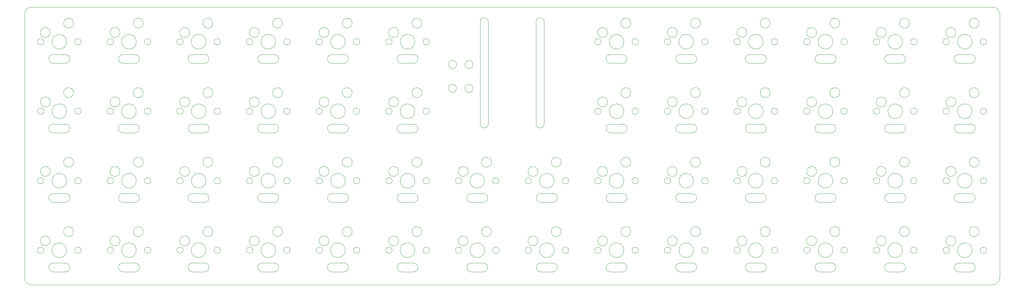
<source format=gm1>
G04 #@! TF.GenerationSoftware,KiCad,Pcbnew,(5.1.4)-1*
G04 #@! TF.CreationDate,2021-09-19T23:12:05-04:00*
G04 #@! TF.ProjectId,horizon-mx-bottom-plate,686f7269-7a6f-46e2-9d6d-782d626f7474,rev?*
G04 #@! TF.SameCoordinates,Original*
G04 #@! TF.FileFunction,Profile,NP*
%FSLAX46Y46*%
G04 Gerber Fmt 4.6, Leading zero omitted, Abs format (unit mm)*
G04 Created by KiCad (PCBNEW (5.1.4)-1) date 2021-09-19 23:12:05*
%MOMM*%
%LPD*%
G04 APERTURE LIST*
%ADD10C,0.050000*%
G04 APERTURE END LIST*
D10*
X78000000Y-171000000D02*
G75*
G02X76000000Y-169000000I0J2000000D01*
G01*
X342000000Y-169000000D02*
G75*
G02X340000000Y-171000000I-2000000J0D01*
G01*
X340000000Y-95000000D02*
G75*
G02X342000000Y-97000000I0J-2000000D01*
G01*
X76000000Y-97000000D02*
G75*
G02X78000000Y-95000000I2000000J0D01*
G01*
X76000000Y-169000000D02*
X76000000Y-97000000D01*
X340000000Y-171000000D02*
X78000000Y-171000000D01*
X342000000Y-97000000D02*
X342000000Y-169000000D01*
X78000000Y-95000000D02*
X340000000Y-95000000D01*
X198350000Y-117250000D02*
G75*
G03X198350000Y-117250000I-1100000J0D01*
G01*
X193850000Y-117250000D02*
G75*
G03X193850000Y-117250000I-1100000J0D01*
G01*
X198350000Y-110750000D02*
G75*
G03X198350000Y-110750000I-1100000J0D01*
G01*
X193850000Y-110750000D02*
G75*
G03X193850000Y-110750000I-1100000J0D01*
G01*
X336390000Y-156420000D02*
G75*
G03X336390000Y-156420000I-1350000J0D01*
G01*
X330040000Y-158960000D02*
G75*
G03X330040000Y-158960000I-1350000J0D01*
G01*
X338455000Y-161500000D02*
G75*
G03X338455000Y-161500000I-875000J0D01*
G01*
X334500000Y-161500000D02*
G75*
G03X334500000Y-161500000I-2000000J0D01*
G01*
X328295000Y-161500000D02*
G75*
G03X328295000Y-161500000I-875000J0D01*
G01*
X317390000Y-156420000D02*
G75*
G03X317390000Y-156420000I-1350000J0D01*
G01*
X311040000Y-158960000D02*
G75*
G03X311040000Y-158960000I-1350000J0D01*
G01*
X319455000Y-161500000D02*
G75*
G03X319455000Y-161500000I-875000J0D01*
G01*
X315500000Y-161500000D02*
G75*
G03X315500000Y-161500000I-2000000J0D01*
G01*
X309295000Y-161500000D02*
G75*
G03X309295000Y-161500000I-875000J0D01*
G01*
X298390000Y-156420000D02*
G75*
G03X298390000Y-156420000I-1350000J0D01*
G01*
X292040000Y-158960000D02*
G75*
G03X292040000Y-158960000I-1350000J0D01*
G01*
X300455000Y-161500000D02*
G75*
G03X300455000Y-161500000I-875000J0D01*
G01*
X296500000Y-161500000D02*
G75*
G03X296500000Y-161500000I-2000000J0D01*
G01*
X290295000Y-161500000D02*
G75*
G03X290295000Y-161500000I-875000J0D01*
G01*
X279390000Y-156420000D02*
G75*
G03X279390000Y-156420000I-1350000J0D01*
G01*
X273040000Y-158960000D02*
G75*
G03X273040000Y-158960000I-1350000J0D01*
G01*
X281455000Y-161500000D02*
G75*
G03X281455000Y-161500000I-875000J0D01*
G01*
X277500000Y-161500000D02*
G75*
G03X277500000Y-161500000I-2000000J0D01*
G01*
X271295000Y-161500000D02*
G75*
G03X271295000Y-161500000I-875000J0D01*
G01*
X260390000Y-156420000D02*
G75*
G03X260390000Y-156420000I-1350000J0D01*
G01*
X254040000Y-158960000D02*
G75*
G03X254040000Y-158960000I-1350000J0D01*
G01*
X262455000Y-161500000D02*
G75*
G03X262455000Y-161500000I-875000J0D01*
G01*
X258500000Y-161500000D02*
G75*
G03X258500000Y-161500000I-2000000J0D01*
G01*
X252295000Y-161500000D02*
G75*
G03X252295000Y-161500000I-875000J0D01*
G01*
X241390000Y-156420000D02*
G75*
G03X241390000Y-156420000I-1350000J0D01*
G01*
X235040000Y-158960000D02*
G75*
G03X235040000Y-158960000I-1350000J0D01*
G01*
X243455000Y-161500000D02*
G75*
G03X243455000Y-161500000I-875000J0D01*
G01*
X239500000Y-161500000D02*
G75*
G03X239500000Y-161500000I-2000000J0D01*
G01*
X233295000Y-161500000D02*
G75*
G03X233295000Y-161500000I-875000J0D01*
G01*
X222390000Y-156420000D02*
G75*
G03X222390000Y-156420000I-1350000J0D01*
G01*
X216040000Y-158960000D02*
G75*
G03X216040000Y-158960000I-1350000J0D01*
G01*
X224455000Y-161500000D02*
G75*
G03X224455000Y-161500000I-875000J0D01*
G01*
X220500000Y-161500000D02*
G75*
G03X220500000Y-161500000I-2000000J0D01*
G01*
X214295000Y-161500000D02*
G75*
G03X214295000Y-161500000I-875000J0D01*
G01*
X203390000Y-156420000D02*
G75*
G03X203390000Y-156420000I-1350000J0D01*
G01*
X197040000Y-158960000D02*
G75*
G03X197040000Y-158960000I-1350000J0D01*
G01*
X205455000Y-161500000D02*
G75*
G03X205455000Y-161500000I-875000J0D01*
G01*
X201500000Y-161500000D02*
G75*
G03X201500000Y-161500000I-2000000J0D01*
G01*
X195295000Y-161500000D02*
G75*
G03X195295000Y-161500000I-875000J0D01*
G01*
X184390000Y-156420000D02*
G75*
G03X184390000Y-156420000I-1350000J0D01*
G01*
X178040000Y-158960000D02*
G75*
G03X178040000Y-158960000I-1350000J0D01*
G01*
X186455000Y-161500000D02*
G75*
G03X186455000Y-161500000I-875000J0D01*
G01*
X182500000Y-161500000D02*
G75*
G03X182500000Y-161500000I-2000000J0D01*
G01*
X176295000Y-161500000D02*
G75*
G03X176295000Y-161500000I-875000J0D01*
G01*
X165390000Y-156420000D02*
G75*
G03X165390000Y-156420000I-1350000J0D01*
G01*
X159040000Y-158960000D02*
G75*
G03X159040000Y-158960000I-1350000J0D01*
G01*
X167455000Y-161500000D02*
G75*
G03X167455000Y-161500000I-875000J0D01*
G01*
X163500000Y-161500000D02*
G75*
G03X163500000Y-161500000I-2000000J0D01*
G01*
X157295000Y-161500000D02*
G75*
G03X157295000Y-161500000I-875000J0D01*
G01*
X146390000Y-156420000D02*
G75*
G03X146390000Y-156420000I-1350000J0D01*
G01*
X140040000Y-158960000D02*
G75*
G03X140040000Y-158960000I-1350000J0D01*
G01*
X148455000Y-161500000D02*
G75*
G03X148455000Y-161500000I-875000J0D01*
G01*
X144500000Y-161500000D02*
G75*
G03X144500000Y-161500000I-2000000J0D01*
G01*
X138295000Y-161500000D02*
G75*
G03X138295000Y-161500000I-875000J0D01*
G01*
X127390000Y-156420000D02*
G75*
G03X127390000Y-156420000I-1350000J0D01*
G01*
X121040000Y-158960000D02*
G75*
G03X121040000Y-158960000I-1350000J0D01*
G01*
X129455000Y-161500000D02*
G75*
G03X129455000Y-161500000I-875000J0D01*
G01*
X125500000Y-161500000D02*
G75*
G03X125500000Y-161500000I-2000000J0D01*
G01*
X119295000Y-161500000D02*
G75*
G03X119295000Y-161500000I-875000J0D01*
G01*
X108390000Y-156420000D02*
G75*
G03X108390000Y-156420000I-1350000J0D01*
G01*
X102040000Y-158960000D02*
G75*
G03X102040000Y-158960000I-1350000J0D01*
G01*
X110455000Y-161500000D02*
G75*
G03X110455000Y-161500000I-875000J0D01*
G01*
X106500000Y-161500000D02*
G75*
G03X106500000Y-161500000I-2000000J0D01*
G01*
X100295000Y-161500000D02*
G75*
G03X100295000Y-161500000I-875000J0D01*
G01*
X89390000Y-156420000D02*
G75*
G03X89390000Y-156420000I-1350000J0D01*
G01*
X83040000Y-158960000D02*
G75*
G03X83040000Y-158960000I-1350000J0D01*
G01*
X91455000Y-161500000D02*
G75*
G03X91455000Y-161500000I-875000J0D01*
G01*
X87500000Y-161500000D02*
G75*
G03X87500000Y-161500000I-2000000J0D01*
G01*
X81295000Y-161500000D02*
G75*
G03X81295000Y-161500000I-875000J0D01*
G01*
X336390000Y-137420000D02*
G75*
G03X336390000Y-137420000I-1350000J0D01*
G01*
X330040000Y-139960000D02*
G75*
G03X330040000Y-139960000I-1350000J0D01*
G01*
X338455000Y-142500000D02*
G75*
G03X338455000Y-142500000I-875000J0D01*
G01*
X334500000Y-142500000D02*
G75*
G03X334500000Y-142500000I-2000000J0D01*
G01*
X328295000Y-142500000D02*
G75*
G03X328295000Y-142500000I-875000J0D01*
G01*
X317390000Y-137420000D02*
G75*
G03X317390000Y-137420000I-1350000J0D01*
G01*
X311040000Y-139960000D02*
G75*
G03X311040000Y-139960000I-1350000J0D01*
G01*
X319455000Y-142500000D02*
G75*
G03X319455000Y-142500000I-875000J0D01*
G01*
X315500000Y-142500000D02*
G75*
G03X315500000Y-142500000I-2000000J0D01*
G01*
X309295000Y-142500000D02*
G75*
G03X309295000Y-142500000I-875000J0D01*
G01*
X298390000Y-137420000D02*
G75*
G03X298390000Y-137420000I-1350000J0D01*
G01*
X292040000Y-139960000D02*
G75*
G03X292040000Y-139960000I-1350000J0D01*
G01*
X300455000Y-142500000D02*
G75*
G03X300455000Y-142500000I-875000J0D01*
G01*
X296500000Y-142500000D02*
G75*
G03X296500000Y-142500000I-2000000J0D01*
G01*
X290295000Y-142500000D02*
G75*
G03X290295000Y-142500000I-875000J0D01*
G01*
X279390000Y-137420000D02*
G75*
G03X279390000Y-137420000I-1350000J0D01*
G01*
X273040000Y-139960000D02*
G75*
G03X273040000Y-139960000I-1350000J0D01*
G01*
X281455000Y-142500000D02*
G75*
G03X281455000Y-142500000I-875000J0D01*
G01*
X277500000Y-142500000D02*
G75*
G03X277500000Y-142500000I-2000000J0D01*
G01*
X271295000Y-142500000D02*
G75*
G03X271295000Y-142500000I-875000J0D01*
G01*
X260390000Y-137420000D02*
G75*
G03X260390000Y-137420000I-1350000J0D01*
G01*
X254040000Y-139960000D02*
G75*
G03X254040000Y-139960000I-1350000J0D01*
G01*
X262455000Y-142500000D02*
G75*
G03X262455000Y-142500000I-875000J0D01*
G01*
X258500000Y-142500000D02*
G75*
G03X258500000Y-142500000I-2000000J0D01*
G01*
X252295000Y-142500000D02*
G75*
G03X252295000Y-142500000I-875000J0D01*
G01*
X241390000Y-137420000D02*
G75*
G03X241390000Y-137420000I-1350000J0D01*
G01*
X235040000Y-139960000D02*
G75*
G03X235040000Y-139960000I-1350000J0D01*
G01*
X243455000Y-142500000D02*
G75*
G03X243455000Y-142500000I-875000J0D01*
G01*
X239500000Y-142500000D02*
G75*
G03X239500000Y-142500000I-2000000J0D01*
G01*
X233295000Y-142500000D02*
G75*
G03X233295000Y-142500000I-875000J0D01*
G01*
X222390000Y-137420000D02*
G75*
G03X222390000Y-137420000I-1350000J0D01*
G01*
X216040000Y-139960000D02*
G75*
G03X216040000Y-139960000I-1350000J0D01*
G01*
X224455000Y-142500000D02*
G75*
G03X224455000Y-142500000I-875000J0D01*
G01*
X220500000Y-142500000D02*
G75*
G03X220500000Y-142500000I-2000000J0D01*
G01*
X214295000Y-142500000D02*
G75*
G03X214295000Y-142500000I-875000J0D01*
G01*
X203390000Y-137420000D02*
G75*
G03X203390000Y-137420000I-1350000J0D01*
G01*
X197040000Y-139960000D02*
G75*
G03X197040000Y-139960000I-1350000J0D01*
G01*
X205455000Y-142500000D02*
G75*
G03X205455000Y-142500000I-875000J0D01*
G01*
X201500000Y-142500000D02*
G75*
G03X201500000Y-142500000I-2000000J0D01*
G01*
X195295000Y-142500000D02*
G75*
G03X195295000Y-142500000I-875000J0D01*
G01*
X184390000Y-137420000D02*
G75*
G03X184390000Y-137420000I-1350000J0D01*
G01*
X178040000Y-139960000D02*
G75*
G03X178040000Y-139960000I-1350000J0D01*
G01*
X186455000Y-142500000D02*
G75*
G03X186455000Y-142500000I-875000J0D01*
G01*
X182500000Y-142500000D02*
G75*
G03X182500000Y-142500000I-2000000J0D01*
G01*
X176295000Y-142500000D02*
G75*
G03X176295000Y-142500000I-875000J0D01*
G01*
X165390000Y-137420000D02*
G75*
G03X165390000Y-137420000I-1350000J0D01*
G01*
X159040000Y-139960000D02*
G75*
G03X159040000Y-139960000I-1350000J0D01*
G01*
X167455000Y-142500000D02*
G75*
G03X167455000Y-142500000I-875000J0D01*
G01*
X163500000Y-142500000D02*
G75*
G03X163500000Y-142500000I-2000000J0D01*
G01*
X157295000Y-142500000D02*
G75*
G03X157295000Y-142500000I-875000J0D01*
G01*
X146390000Y-137420000D02*
G75*
G03X146390000Y-137420000I-1350000J0D01*
G01*
X140040000Y-139960000D02*
G75*
G03X140040000Y-139960000I-1350000J0D01*
G01*
X148455000Y-142500000D02*
G75*
G03X148455000Y-142500000I-875000J0D01*
G01*
X144500000Y-142500000D02*
G75*
G03X144500000Y-142500000I-2000000J0D01*
G01*
X138295000Y-142500000D02*
G75*
G03X138295000Y-142500000I-875000J0D01*
G01*
X127390000Y-137420000D02*
G75*
G03X127390000Y-137420000I-1350000J0D01*
G01*
X121040000Y-139960000D02*
G75*
G03X121040000Y-139960000I-1350000J0D01*
G01*
X129455000Y-142500000D02*
G75*
G03X129455000Y-142500000I-875000J0D01*
G01*
X125500000Y-142500000D02*
G75*
G03X125500000Y-142500000I-2000000J0D01*
G01*
X119295000Y-142500000D02*
G75*
G03X119295000Y-142500000I-875000J0D01*
G01*
X108390000Y-137420000D02*
G75*
G03X108390000Y-137420000I-1350000J0D01*
G01*
X102040000Y-139960000D02*
G75*
G03X102040000Y-139960000I-1350000J0D01*
G01*
X110455000Y-142500000D02*
G75*
G03X110455000Y-142500000I-875000J0D01*
G01*
X106500000Y-142500000D02*
G75*
G03X106500000Y-142500000I-2000000J0D01*
G01*
X100295000Y-142500000D02*
G75*
G03X100295000Y-142500000I-875000J0D01*
G01*
X89390000Y-137420000D02*
G75*
G03X89390000Y-137420000I-1350000J0D01*
G01*
X83040000Y-139960000D02*
G75*
G03X83040000Y-139960000I-1350000J0D01*
G01*
X91455000Y-142500000D02*
G75*
G03X91455000Y-142500000I-875000J0D01*
G01*
X87500000Y-142500000D02*
G75*
G03X87500000Y-142500000I-2000000J0D01*
G01*
X81295000Y-142500000D02*
G75*
G03X81295000Y-142500000I-875000J0D01*
G01*
X336390000Y-118420000D02*
G75*
G03X336390000Y-118420000I-1350000J0D01*
G01*
X330040000Y-120960000D02*
G75*
G03X330040000Y-120960000I-1350000J0D01*
G01*
X338455000Y-123500000D02*
G75*
G03X338455000Y-123500000I-875000J0D01*
G01*
X334500000Y-123500000D02*
G75*
G03X334500000Y-123500000I-2000000J0D01*
G01*
X328295000Y-123500000D02*
G75*
G03X328295000Y-123500000I-875000J0D01*
G01*
X317390000Y-118420000D02*
G75*
G03X317390000Y-118420000I-1350000J0D01*
G01*
X311040000Y-120960000D02*
G75*
G03X311040000Y-120960000I-1350000J0D01*
G01*
X319455000Y-123500000D02*
G75*
G03X319455000Y-123500000I-875000J0D01*
G01*
X315500000Y-123500000D02*
G75*
G03X315500000Y-123500000I-2000000J0D01*
G01*
X309295000Y-123500000D02*
G75*
G03X309295000Y-123500000I-875000J0D01*
G01*
X298390000Y-118420000D02*
G75*
G03X298390000Y-118420000I-1350000J0D01*
G01*
X292040000Y-120960000D02*
G75*
G03X292040000Y-120960000I-1350000J0D01*
G01*
X300455000Y-123500000D02*
G75*
G03X300455000Y-123500000I-875000J0D01*
G01*
X296500000Y-123500000D02*
G75*
G03X296500000Y-123500000I-2000000J0D01*
G01*
X290295000Y-123500000D02*
G75*
G03X290295000Y-123500000I-875000J0D01*
G01*
X279390000Y-118420000D02*
G75*
G03X279390000Y-118420000I-1350000J0D01*
G01*
X273040000Y-120960000D02*
G75*
G03X273040000Y-120960000I-1350000J0D01*
G01*
X281455000Y-123500000D02*
G75*
G03X281455000Y-123500000I-875000J0D01*
G01*
X277500000Y-123500000D02*
G75*
G03X277500000Y-123500000I-2000000J0D01*
G01*
X271295000Y-123500000D02*
G75*
G03X271295000Y-123500000I-875000J0D01*
G01*
X260390000Y-118420000D02*
G75*
G03X260390000Y-118420000I-1350000J0D01*
G01*
X254040000Y-120960000D02*
G75*
G03X254040000Y-120960000I-1350000J0D01*
G01*
X262455000Y-123500000D02*
G75*
G03X262455000Y-123500000I-875000J0D01*
G01*
X258500000Y-123500000D02*
G75*
G03X258500000Y-123500000I-2000000J0D01*
G01*
X252295000Y-123500000D02*
G75*
G03X252295000Y-123500000I-875000J0D01*
G01*
X241390000Y-118420000D02*
G75*
G03X241390000Y-118420000I-1350000J0D01*
G01*
X235040000Y-120960000D02*
G75*
G03X235040000Y-120960000I-1350000J0D01*
G01*
X243455000Y-123500000D02*
G75*
G03X243455000Y-123500000I-875000J0D01*
G01*
X239500000Y-123500000D02*
G75*
G03X239500000Y-123500000I-2000000J0D01*
G01*
X233295000Y-123500000D02*
G75*
G03X233295000Y-123500000I-875000J0D01*
G01*
X184390000Y-118420000D02*
G75*
G03X184390000Y-118420000I-1350000J0D01*
G01*
X178040000Y-120960000D02*
G75*
G03X178040000Y-120960000I-1350000J0D01*
G01*
X186455000Y-123500000D02*
G75*
G03X186455000Y-123500000I-875000J0D01*
G01*
X182500000Y-123500000D02*
G75*
G03X182500000Y-123500000I-2000000J0D01*
G01*
X176295000Y-123500000D02*
G75*
G03X176295000Y-123500000I-875000J0D01*
G01*
X165390000Y-118420000D02*
G75*
G03X165390000Y-118420000I-1350000J0D01*
G01*
X159040000Y-120960000D02*
G75*
G03X159040000Y-120960000I-1350000J0D01*
G01*
X167455000Y-123500000D02*
G75*
G03X167455000Y-123500000I-875000J0D01*
G01*
X163500000Y-123500000D02*
G75*
G03X163500000Y-123500000I-2000000J0D01*
G01*
X157295000Y-123500000D02*
G75*
G03X157295000Y-123500000I-875000J0D01*
G01*
X146390000Y-118420000D02*
G75*
G03X146390000Y-118420000I-1350000J0D01*
G01*
X140040000Y-120960000D02*
G75*
G03X140040000Y-120960000I-1350000J0D01*
G01*
X148455000Y-123500000D02*
G75*
G03X148455000Y-123500000I-875000J0D01*
G01*
X144500000Y-123500000D02*
G75*
G03X144500000Y-123500000I-2000000J0D01*
G01*
X138295000Y-123500000D02*
G75*
G03X138295000Y-123500000I-875000J0D01*
G01*
X127390000Y-118420000D02*
G75*
G03X127390000Y-118420000I-1350000J0D01*
G01*
X121040000Y-120960000D02*
G75*
G03X121040000Y-120960000I-1350000J0D01*
G01*
X129455000Y-123500000D02*
G75*
G03X129455000Y-123500000I-875000J0D01*
G01*
X125500000Y-123500000D02*
G75*
G03X125500000Y-123500000I-2000000J0D01*
G01*
X119295000Y-123500000D02*
G75*
G03X119295000Y-123500000I-875000J0D01*
G01*
X108390000Y-118420000D02*
G75*
G03X108390000Y-118420000I-1350000J0D01*
G01*
X102040000Y-120960000D02*
G75*
G03X102040000Y-120960000I-1350000J0D01*
G01*
X110455000Y-123500000D02*
G75*
G03X110455000Y-123500000I-875000J0D01*
G01*
X106500000Y-123500000D02*
G75*
G03X106500000Y-123500000I-2000000J0D01*
G01*
X100295000Y-123500000D02*
G75*
G03X100295000Y-123500000I-875000J0D01*
G01*
X89390000Y-118420000D02*
G75*
G03X89390000Y-118420000I-1350000J0D01*
G01*
X83040000Y-120960000D02*
G75*
G03X83040000Y-120960000I-1350000J0D01*
G01*
X91455000Y-123500000D02*
G75*
G03X91455000Y-123500000I-875000J0D01*
G01*
X87500000Y-123500000D02*
G75*
G03X87500000Y-123500000I-2000000J0D01*
G01*
X81295000Y-123500000D02*
G75*
G03X81295000Y-123500000I-875000J0D01*
G01*
X336390000Y-99420000D02*
G75*
G03X336390000Y-99420000I-1350000J0D01*
G01*
X330040000Y-101960000D02*
G75*
G03X330040000Y-101960000I-1350000J0D01*
G01*
X338455000Y-104500000D02*
G75*
G03X338455000Y-104500000I-875000J0D01*
G01*
X334500000Y-104500000D02*
G75*
G03X334500000Y-104500000I-2000000J0D01*
G01*
X328295000Y-104500000D02*
G75*
G03X328295000Y-104500000I-875000J0D01*
G01*
X317390000Y-99420000D02*
G75*
G03X317390000Y-99420000I-1350000J0D01*
G01*
X311040000Y-101960000D02*
G75*
G03X311040000Y-101960000I-1350000J0D01*
G01*
X319455000Y-104500000D02*
G75*
G03X319455000Y-104500000I-875000J0D01*
G01*
X315500000Y-104500000D02*
G75*
G03X315500000Y-104500000I-2000000J0D01*
G01*
X309295000Y-104500000D02*
G75*
G03X309295000Y-104500000I-875000J0D01*
G01*
X298390000Y-99420000D02*
G75*
G03X298390000Y-99420000I-1350000J0D01*
G01*
X292040000Y-101960000D02*
G75*
G03X292040000Y-101960000I-1350000J0D01*
G01*
X300455000Y-104500000D02*
G75*
G03X300455000Y-104500000I-875000J0D01*
G01*
X296500000Y-104500000D02*
G75*
G03X296500000Y-104500000I-2000000J0D01*
G01*
X290295000Y-104500000D02*
G75*
G03X290295000Y-104500000I-875000J0D01*
G01*
X279390000Y-99420000D02*
G75*
G03X279390000Y-99420000I-1350000J0D01*
G01*
X273040000Y-101960000D02*
G75*
G03X273040000Y-101960000I-1350000J0D01*
G01*
X281455000Y-104500000D02*
G75*
G03X281455000Y-104500000I-875000J0D01*
G01*
X277500000Y-104500000D02*
G75*
G03X277500000Y-104500000I-2000000J0D01*
G01*
X271295000Y-104500000D02*
G75*
G03X271295000Y-104500000I-875000J0D01*
G01*
X260390000Y-99420000D02*
G75*
G03X260390000Y-99420000I-1350000J0D01*
G01*
X254040000Y-101960000D02*
G75*
G03X254040000Y-101960000I-1350000J0D01*
G01*
X262455000Y-104500000D02*
G75*
G03X262455000Y-104500000I-875000J0D01*
G01*
X258500000Y-104500000D02*
G75*
G03X258500000Y-104500000I-2000000J0D01*
G01*
X252295000Y-104500000D02*
G75*
G03X252295000Y-104500000I-875000J0D01*
G01*
X241390000Y-99420000D02*
G75*
G03X241390000Y-99420000I-1350000J0D01*
G01*
X235040000Y-101960000D02*
G75*
G03X235040000Y-101960000I-1350000J0D01*
G01*
X243455000Y-104500000D02*
G75*
G03X243455000Y-104500000I-875000J0D01*
G01*
X239500000Y-104500000D02*
G75*
G03X239500000Y-104500000I-2000000J0D01*
G01*
X233295000Y-104500000D02*
G75*
G03X233295000Y-104500000I-875000J0D01*
G01*
X184390000Y-99420000D02*
G75*
G03X184390000Y-99420000I-1350000J0D01*
G01*
X178040000Y-101960000D02*
G75*
G03X178040000Y-101960000I-1350000J0D01*
G01*
X186455000Y-104500000D02*
G75*
G03X186455000Y-104500000I-875000J0D01*
G01*
X182500000Y-104500000D02*
G75*
G03X182500000Y-104500000I-2000000J0D01*
G01*
X176295000Y-104500000D02*
G75*
G03X176295000Y-104500000I-875000J0D01*
G01*
X165390000Y-99420000D02*
G75*
G03X165390000Y-99420000I-1350000J0D01*
G01*
X159040000Y-101960000D02*
G75*
G03X159040000Y-101960000I-1350000J0D01*
G01*
X167455000Y-104500000D02*
G75*
G03X167455000Y-104500000I-875000J0D01*
G01*
X163500000Y-104500000D02*
G75*
G03X163500000Y-104500000I-2000000J0D01*
G01*
X157295000Y-104500000D02*
G75*
G03X157295000Y-104500000I-875000J0D01*
G01*
X146390000Y-99420000D02*
G75*
G03X146390000Y-99420000I-1350000J0D01*
G01*
X140040000Y-101960000D02*
G75*
G03X140040000Y-101960000I-1350000J0D01*
G01*
X148455000Y-104500000D02*
G75*
G03X148455000Y-104500000I-875000J0D01*
G01*
X144500000Y-104500000D02*
G75*
G03X144500000Y-104500000I-2000000J0D01*
G01*
X138295000Y-104500000D02*
G75*
G03X138295000Y-104500000I-875000J0D01*
G01*
X127390000Y-99420000D02*
G75*
G03X127390000Y-99420000I-1350000J0D01*
G01*
X121040000Y-101960000D02*
G75*
G03X121040000Y-101960000I-1350000J0D01*
G01*
X129455000Y-104500000D02*
G75*
G03X129455000Y-104500000I-875000J0D01*
G01*
X125500000Y-104500000D02*
G75*
G03X125500000Y-104500000I-2000000J0D01*
G01*
X119295000Y-104500000D02*
G75*
G03X119295000Y-104500000I-875000J0D01*
G01*
X108390000Y-99420000D02*
G75*
G03X108390000Y-99420000I-1350000J0D01*
G01*
X102040000Y-101960000D02*
G75*
G03X102040000Y-101960000I-1350000J0D01*
G01*
X110455000Y-104500000D02*
G75*
G03X110455000Y-104500000I-875000J0D01*
G01*
X106500000Y-104500000D02*
G75*
G03X106500000Y-104500000I-2000000J0D01*
G01*
X100295000Y-104500000D02*
G75*
G03X100295000Y-104500000I-875000J0D01*
G01*
X89390000Y-99420000D02*
G75*
G03X89390000Y-99420000I-1350000J0D01*
G01*
X83040000Y-101960000D02*
G75*
G03X83040000Y-101960000I-1350000J0D01*
G01*
X91455000Y-104500000D02*
G75*
G03X91455000Y-104500000I-875000J0D01*
G01*
X87500000Y-104500000D02*
G75*
G03X87500000Y-104500000I-2000000J0D01*
G01*
X81295000Y-104500000D02*
G75*
G03X81295000Y-104500000I-875000J0D01*
G01*
X334150000Y-167400000D02*
G75*
G03X334150000Y-165000000I0J1200000D01*
G01*
X330850000Y-165000000D02*
G75*
G03X330850000Y-167400000I0J-1200000D01*
G01*
X334150000Y-167400000D02*
X330850000Y-167400000D01*
X330850000Y-165000000D02*
X334150000Y-165000000D01*
X315150000Y-167400000D02*
G75*
G03X315150000Y-165000000I0J1200000D01*
G01*
X311850000Y-165000000D02*
G75*
G03X311850000Y-167400000I0J-1200000D01*
G01*
X315150000Y-167400000D02*
X311850000Y-167400000D01*
X311850000Y-165000000D02*
X315150000Y-165000000D01*
X296150000Y-167400000D02*
G75*
G03X296150000Y-165000000I0J1200000D01*
G01*
X292850000Y-165000000D02*
G75*
G03X292850000Y-167400000I0J-1200000D01*
G01*
X296150000Y-167400000D02*
X292850000Y-167400000D01*
X292850000Y-165000000D02*
X296150000Y-165000000D01*
X277150000Y-167400000D02*
G75*
G03X277150000Y-165000000I0J1200000D01*
G01*
X273850000Y-165000000D02*
G75*
G03X273850000Y-167400000I0J-1200000D01*
G01*
X277150000Y-167400000D02*
X273850000Y-167400000D01*
X273850000Y-165000000D02*
X277150000Y-165000000D01*
X258150000Y-167400000D02*
G75*
G03X258150000Y-165000000I0J1200000D01*
G01*
X254850000Y-165000000D02*
G75*
G03X254850000Y-167400000I0J-1200000D01*
G01*
X258150000Y-167400000D02*
X254850000Y-167400000D01*
X254850000Y-165000000D02*
X258150000Y-165000000D01*
X239150000Y-167400000D02*
G75*
G03X239150000Y-165000000I0J1200000D01*
G01*
X235850000Y-165000000D02*
G75*
G03X235850000Y-167400000I0J-1200000D01*
G01*
X239150000Y-167400000D02*
X235850000Y-167400000D01*
X235850000Y-165000000D02*
X239150000Y-165000000D01*
X220150000Y-167400000D02*
G75*
G03X220150000Y-165000000I0J1200000D01*
G01*
X216850000Y-165000000D02*
G75*
G03X216850000Y-167400000I0J-1200000D01*
G01*
X220150000Y-167400000D02*
X216850000Y-167400000D01*
X216850000Y-165000000D02*
X220150000Y-165000000D01*
X201150000Y-167400000D02*
G75*
G03X201150000Y-165000000I0J1200000D01*
G01*
X197850000Y-165000000D02*
G75*
G03X197850000Y-167400000I0J-1200000D01*
G01*
X201150000Y-167400000D02*
X197850000Y-167400000D01*
X197850000Y-165000000D02*
X201150000Y-165000000D01*
X182150000Y-167400000D02*
G75*
G03X182150000Y-165000000I0J1200000D01*
G01*
X178850000Y-165000000D02*
G75*
G03X178850000Y-167400000I0J-1200000D01*
G01*
X182150000Y-167400000D02*
X178850000Y-167400000D01*
X178850000Y-165000000D02*
X182150000Y-165000000D01*
X163150000Y-167400000D02*
G75*
G03X163150000Y-165000000I0J1200000D01*
G01*
X159850000Y-165000000D02*
G75*
G03X159850000Y-167400000I0J-1200000D01*
G01*
X163150000Y-167400000D02*
X159850000Y-167400000D01*
X159850000Y-165000000D02*
X163150000Y-165000000D01*
X144150000Y-167400000D02*
G75*
G03X144150000Y-165000000I0J1200000D01*
G01*
X140850000Y-165000000D02*
G75*
G03X140850000Y-167400000I0J-1200000D01*
G01*
X144150000Y-167400000D02*
X140850000Y-167400000D01*
X140850000Y-165000000D02*
X144150000Y-165000000D01*
X125150000Y-167400000D02*
G75*
G03X125150000Y-165000000I0J1200000D01*
G01*
X121850000Y-165000000D02*
G75*
G03X121850000Y-167400000I0J-1200000D01*
G01*
X125150000Y-167400000D02*
X121850000Y-167400000D01*
X121850000Y-165000000D02*
X125150000Y-165000000D01*
X106150000Y-167400000D02*
G75*
G03X106150000Y-165000000I0J1200000D01*
G01*
X102850000Y-165000000D02*
G75*
G03X102850000Y-167400000I0J-1200000D01*
G01*
X106150000Y-167400000D02*
X102850000Y-167400000D01*
X102850000Y-165000000D02*
X106150000Y-165000000D01*
X87150000Y-167400000D02*
G75*
G03X87150000Y-165000000I0J1200000D01*
G01*
X83850000Y-165000000D02*
G75*
G03X83850000Y-167400000I0J-1200000D01*
G01*
X87150000Y-167400000D02*
X83850000Y-167400000D01*
X83850000Y-165000000D02*
X87150000Y-165000000D01*
X334150000Y-148400000D02*
G75*
G03X334150000Y-146000000I0J1200000D01*
G01*
X330850000Y-146000000D02*
G75*
G03X330850000Y-148400000I0J-1200000D01*
G01*
X334150000Y-148400000D02*
X330850000Y-148400000D01*
X330850000Y-146000000D02*
X334150000Y-146000000D01*
X315150000Y-148400000D02*
G75*
G03X315150000Y-146000000I0J1200000D01*
G01*
X311850000Y-146000000D02*
G75*
G03X311850000Y-148400000I0J-1200000D01*
G01*
X315150000Y-148400000D02*
X311850000Y-148400000D01*
X311850000Y-146000000D02*
X315150000Y-146000000D01*
X296150000Y-148400000D02*
G75*
G03X296150000Y-146000000I0J1200000D01*
G01*
X292850000Y-146000000D02*
G75*
G03X292850000Y-148400000I0J-1200000D01*
G01*
X296150000Y-148400000D02*
X292850000Y-148400000D01*
X292850000Y-146000000D02*
X296150000Y-146000000D01*
X277150000Y-148400000D02*
G75*
G03X277150000Y-146000000I0J1200000D01*
G01*
X273850000Y-146000000D02*
G75*
G03X273850000Y-148400000I0J-1200000D01*
G01*
X277150000Y-148400000D02*
X273850000Y-148400000D01*
X273850000Y-146000000D02*
X277150000Y-146000000D01*
X258150000Y-148400000D02*
G75*
G03X258150000Y-146000000I0J1200000D01*
G01*
X254850000Y-146000000D02*
G75*
G03X254850000Y-148400000I0J-1200000D01*
G01*
X258150000Y-148400000D02*
X254850000Y-148400000D01*
X254850000Y-146000000D02*
X258150000Y-146000000D01*
X239150000Y-148400000D02*
G75*
G03X239150000Y-146000000I0J1200000D01*
G01*
X235850000Y-146000000D02*
G75*
G03X235850000Y-148400000I0J-1200000D01*
G01*
X239150000Y-148400000D02*
X235850000Y-148400000D01*
X235850000Y-146000000D02*
X239150000Y-146000000D01*
X220150000Y-148400000D02*
G75*
G03X220150000Y-146000000I0J1200000D01*
G01*
X216850000Y-146000000D02*
G75*
G03X216850000Y-148400000I0J-1200000D01*
G01*
X220150000Y-148400000D02*
X216850000Y-148400000D01*
X216850000Y-146000000D02*
X220150000Y-146000000D01*
X201150000Y-148400000D02*
G75*
G03X201150000Y-146000000I0J1200000D01*
G01*
X197850000Y-146000000D02*
G75*
G03X197850000Y-148400000I0J-1200000D01*
G01*
X201150000Y-148400000D02*
X197850000Y-148400000D01*
X197850000Y-146000000D02*
X201150000Y-146000000D01*
X182150000Y-148400000D02*
G75*
G03X182150000Y-146000000I0J1200000D01*
G01*
X178850000Y-146000000D02*
G75*
G03X178850000Y-148400000I0J-1200000D01*
G01*
X182150000Y-148400000D02*
X178850000Y-148400000D01*
X178850000Y-146000000D02*
X182150000Y-146000000D01*
X163150000Y-148400000D02*
G75*
G03X163150000Y-146000000I0J1200000D01*
G01*
X159850000Y-146000000D02*
G75*
G03X159850000Y-148400000I0J-1200000D01*
G01*
X163150000Y-148400000D02*
X159850000Y-148400000D01*
X159850000Y-146000000D02*
X163150000Y-146000000D01*
X144150000Y-148400000D02*
G75*
G03X144150000Y-146000000I0J1200000D01*
G01*
X140850000Y-146000000D02*
G75*
G03X140850000Y-148400000I0J-1200000D01*
G01*
X144150000Y-148400000D02*
X140850000Y-148400000D01*
X140850000Y-146000000D02*
X144150000Y-146000000D01*
X125150000Y-148400000D02*
G75*
G03X125150000Y-146000000I0J1200000D01*
G01*
X121850000Y-146000000D02*
G75*
G03X121850000Y-148400000I0J-1200000D01*
G01*
X125150000Y-148400000D02*
X121850000Y-148400000D01*
X121850000Y-146000000D02*
X125150000Y-146000000D01*
X106150000Y-148400000D02*
G75*
G03X106150000Y-146000000I0J1200000D01*
G01*
X102850000Y-146000000D02*
G75*
G03X102850000Y-148400000I0J-1200000D01*
G01*
X106150000Y-148400000D02*
X102850000Y-148400000D01*
X102850000Y-146000000D02*
X106150000Y-146000000D01*
X87150000Y-148400000D02*
G75*
G03X87150000Y-146000000I0J1200000D01*
G01*
X83850000Y-146000000D02*
G75*
G03X83850000Y-148400000I0J-1200000D01*
G01*
X87150000Y-148400000D02*
X83850000Y-148400000D01*
X83850000Y-146000000D02*
X87150000Y-146000000D01*
X334150000Y-129400000D02*
G75*
G03X334150000Y-127000000I0J1200000D01*
G01*
X330850000Y-127000000D02*
G75*
G03X330850000Y-129400000I0J-1200000D01*
G01*
X334150000Y-129400000D02*
X330850000Y-129400000D01*
X330850000Y-127000000D02*
X334150000Y-127000000D01*
X315150000Y-129400000D02*
G75*
G03X315150000Y-127000000I0J1200000D01*
G01*
X311850000Y-127000000D02*
G75*
G03X311850000Y-129400000I0J-1200000D01*
G01*
X315150000Y-129400000D02*
X311850000Y-129400000D01*
X311850000Y-127000000D02*
X315150000Y-127000000D01*
X296150000Y-129400000D02*
G75*
G03X296150000Y-127000000I0J1200000D01*
G01*
X292850000Y-127000000D02*
G75*
G03X292850000Y-129400000I0J-1200000D01*
G01*
X296150000Y-129400000D02*
X292850000Y-129400000D01*
X292850000Y-127000000D02*
X296150000Y-127000000D01*
X277150000Y-129400000D02*
G75*
G03X277150000Y-127000000I0J1200000D01*
G01*
X273850000Y-127000000D02*
G75*
G03X273850000Y-129400000I0J-1200000D01*
G01*
X277150000Y-129400000D02*
X273850000Y-129400000D01*
X273850000Y-127000000D02*
X277150000Y-127000000D01*
X258150000Y-129400000D02*
G75*
G03X258150000Y-127000000I0J1200000D01*
G01*
X254850000Y-127000000D02*
G75*
G03X254850000Y-129400000I0J-1200000D01*
G01*
X258150000Y-129400000D02*
X254850000Y-129400000D01*
X254850000Y-127000000D02*
X258150000Y-127000000D01*
X239150000Y-129400000D02*
G75*
G03X239150000Y-127000000I0J1200000D01*
G01*
X235850000Y-127000000D02*
G75*
G03X235850000Y-129400000I0J-1200000D01*
G01*
X239150000Y-129400000D02*
X235850000Y-129400000D01*
X235850000Y-127000000D02*
X239150000Y-127000000D01*
X182150000Y-129400000D02*
G75*
G03X182150000Y-127000000I0J1200000D01*
G01*
X178850000Y-127000000D02*
G75*
G03X178850000Y-129400000I0J-1200000D01*
G01*
X182150000Y-129400000D02*
X178850000Y-129400000D01*
X178850000Y-127000000D02*
X182150000Y-127000000D01*
X163150000Y-129400000D02*
G75*
G03X163150000Y-127000000I0J1200000D01*
G01*
X159850000Y-127000000D02*
G75*
G03X159850000Y-129400000I0J-1200000D01*
G01*
X163150000Y-129400000D02*
X159850000Y-129400000D01*
X159850000Y-127000000D02*
X163150000Y-127000000D01*
X144150000Y-129400000D02*
G75*
G03X144150000Y-127000000I0J1200000D01*
G01*
X140850000Y-127000000D02*
G75*
G03X140850000Y-129400000I0J-1200000D01*
G01*
X144150000Y-129400000D02*
X140850000Y-129400000D01*
X140850000Y-127000000D02*
X144150000Y-127000000D01*
X125150000Y-129400000D02*
G75*
G03X125150000Y-127000000I0J1200000D01*
G01*
X121850000Y-127000000D02*
G75*
G03X121850000Y-129400000I0J-1200000D01*
G01*
X125150000Y-129400000D02*
X121850000Y-129400000D01*
X121850000Y-127000000D02*
X125150000Y-127000000D01*
X106150000Y-129400000D02*
G75*
G03X106150000Y-127000000I0J1200000D01*
G01*
X102850000Y-127000000D02*
G75*
G03X102850000Y-129400000I0J-1200000D01*
G01*
X106150000Y-129400000D02*
X102850000Y-129400000D01*
X102850000Y-127000000D02*
X106150000Y-127000000D01*
X87150000Y-129400000D02*
G75*
G03X87150000Y-127000000I0J1200000D01*
G01*
X83850000Y-127000000D02*
G75*
G03X83850000Y-129400000I0J-1200000D01*
G01*
X87150000Y-129400000D02*
X83850000Y-129400000D01*
X83850000Y-127000000D02*
X87150000Y-127000000D01*
X334150000Y-110400000D02*
G75*
G03X334150000Y-108000000I0J1200000D01*
G01*
X330850000Y-108000000D02*
G75*
G03X330850000Y-110400000I0J-1200000D01*
G01*
X334150000Y-110400000D02*
X330850000Y-110400000D01*
X330850000Y-108000000D02*
X334150000Y-108000000D01*
X315150000Y-110400000D02*
G75*
G03X315150000Y-108000000I0J1200000D01*
G01*
X311850000Y-108000000D02*
G75*
G03X311850000Y-110400000I0J-1200000D01*
G01*
X315150000Y-110400000D02*
X311850000Y-110400000D01*
X311850000Y-108000000D02*
X315150000Y-108000000D01*
X296150000Y-110400000D02*
G75*
G03X296150000Y-108000000I0J1200000D01*
G01*
X292850000Y-108000000D02*
G75*
G03X292850000Y-110400000I0J-1200000D01*
G01*
X296150000Y-110400000D02*
X292850000Y-110400000D01*
X292850000Y-108000000D02*
X296150000Y-108000000D01*
X277150000Y-110400000D02*
G75*
G03X277150000Y-108000000I0J1200000D01*
G01*
X273850000Y-108000000D02*
G75*
G03X273850000Y-110400000I0J-1200000D01*
G01*
X277150000Y-110400000D02*
X273850000Y-110400000D01*
X273850000Y-108000000D02*
X277150000Y-108000000D01*
X258150000Y-110400000D02*
G75*
G03X258150000Y-108000000I0J1200000D01*
G01*
X254850000Y-108000000D02*
G75*
G03X254850000Y-110400000I0J-1200000D01*
G01*
X258150000Y-110400000D02*
X254850000Y-110400000D01*
X254850000Y-108000000D02*
X258150000Y-108000000D01*
X239150000Y-110400000D02*
G75*
G03X239150000Y-108000000I0J1200000D01*
G01*
X235850000Y-108000000D02*
G75*
G03X235850000Y-110400000I0J-1200000D01*
G01*
X239150000Y-110400000D02*
X235850000Y-110400000D01*
X235850000Y-108000000D02*
X239150000Y-108000000D01*
X182150000Y-110400000D02*
G75*
G03X182150000Y-108000000I0J1200000D01*
G01*
X178850000Y-108000000D02*
G75*
G03X178850000Y-110400000I0J-1200000D01*
G01*
X182150000Y-110400000D02*
X178850000Y-110400000D01*
X178850000Y-108000000D02*
X182150000Y-108000000D01*
X163150000Y-110400000D02*
G75*
G03X163150000Y-108000000I0J1200000D01*
G01*
X159850000Y-108000000D02*
G75*
G03X159850000Y-110400000I0J-1200000D01*
G01*
X163150000Y-110400000D02*
X159850000Y-110400000D01*
X159850000Y-108000000D02*
X163150000Y-108000000D01*
X144150000Y-110400000D02*
G75*
G03X144150000Y-108000000I0J1200000D01*
G01*
X140850000Y-108000000D02*
G75*
G03X140850000Y-110400000I0J-1200000D01*
G01*
X144150000Y-110400000D02*
X140850000Y-110400000D01*
X140850000Y-108000000D02*
X144150000Y-108000000D01*
X125150000Y-110400000D02*
G75*
G03X125150000Y-108000000I0J1200000D01*
G01*
X121850000Y-108000000D02*
G75*
G03X121850000Y-110400000I0J-1200000D01*
G01*
X125150000Y-110400000D02*
X121850000Y-110400000D01*
X121850000Y-108000000D02*
X125150000Y-108000000D01*
X106150000Y-110400000D02*
G75*
G03X106150000Y-108000000I0J1200000D01*
G01*
X102850000Y-108000000D02*
G75*
G03X102850000Y-110400000I0J-1200000D01*
G01*
X106150000Y-110400000D02*
X102850000Y-110400000D01*
X102850000Y-108000000D02*
X106150000Y-108000000D01*
X87150000Y-110400000D02*
G75*
G03X87150000Y-108000000I0J1200000D01*
G01*
X83850000Y-108000000D02*
G75*
G03X83850000Y-110400000I0J-1200000D01*
G01*
X87150000Y-110400000D02*
X83850000Y-110400000D01*
X83850000Y-108000000D02*
X87150000Y-108000000D01*
X217720000Y-99030000D02*
X217720000Y-126970000D01*
X215520000Y-99030000D02*
X215520000Y-126970000D01*
X202480000Y-99030000D02*
X202480000Y-126970000D01*
X200280000Y-99030000D02*
X200280000Y-126970000D01*
X217720000Y-126970000D02*
G75*
G02X215520000Y-126970000I-1100000J0D01*
G01*
X202480000Y-126970000D02*
G75*
G02X200280000Y-126970000I-1100000J0D01*
G01*
X215520000Y-99030000D02*
G75*
G02X217720000Y-99030000I1100000J0D01*
G01*
X200280000Y-99030000D02*
G75*
G02X202480000Y-99030000I1100000J0D01*
G01*
M02*

</source>
